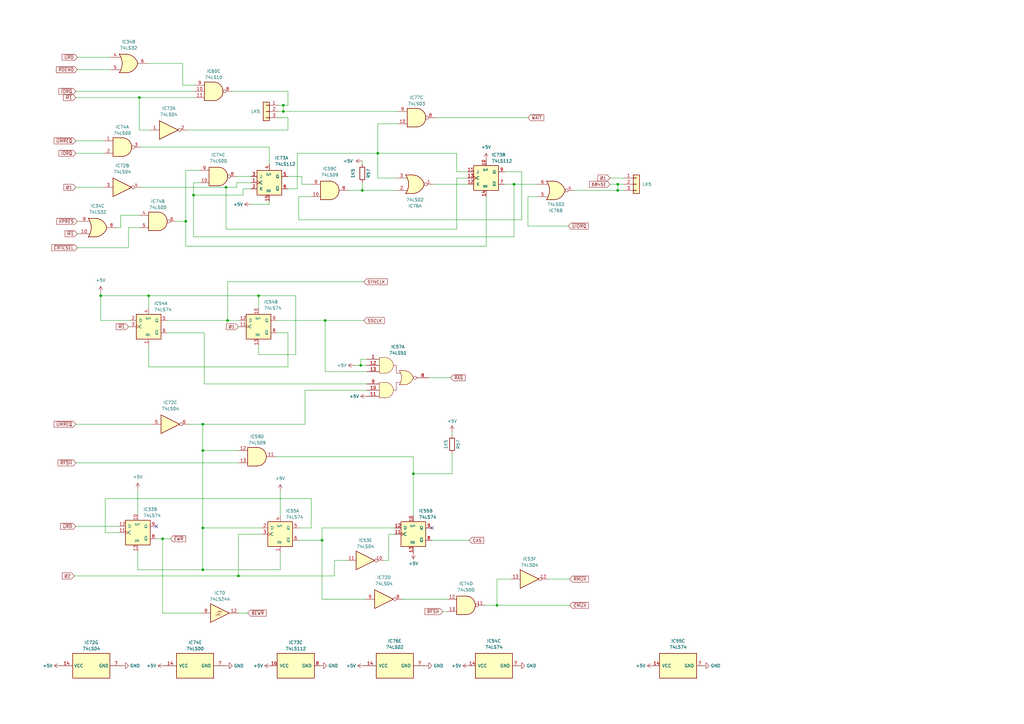
<source format=kicad_sch>
(kicad_sch (version 20230121) (generator eeschema)
  (paper "A3")
  (lib_symbols
    (symbol "74xx:74LS00" (pin_names (offset 1.016))
      (property "Reference" "U" (at 0 1.27 0))
      (property "Value" "74LS00" (at 0 -1.27 0))
      (symbol "74LS00_1_1"
        (pin input line (at -7.62 2.54 0) (length 3.81) (name "~") (number "1"))
        (pin input line (at -7.62 -2.54 0) (length 3.81) (name "~") (number "2"))
        (pin output inverted (at 7.62 0 180) (length 3.81) (name "~") (number "3"))
      )
      (symbol "74LS00_1_2"
        (pin input inverted (at -7.62 2.54 0) (length 4.318) (name "~") (number "1"))
        (pin input inverted (at -7.62 -2.54 0) (length 4.318) (name "~") (number "2"))
        (pin output line (at 7.62 0 180) (length 3.81) (name "~") (number "3"))
      )
      (symbol "74LS00_2_1"
        (pin input line (at -7.62 2.54 0) (length 3.81) (name "~") (number "4"))
        (pin input line (at -7.62 -2.54 0) (length 3.81) (name "~") (number "5"))
        (pin output inverted (at 7.62 0 180) (length 3.81) (name "~") (number "6"))
      )
      (symbol "74LS00_2_2"
        (pin input inverted (at -7.62 2.54 0) (length 4.318) (name "~") (number "4"))
        (pin input inverted (at -7.62 -2.54 0) (length 4.318) (name "~") (number "5"))
        (pin output line (at 7.62 0 180) (length 3.81) (name "~") (number "6"))
      )
      (symbol "74LS00_3_1"
        (pin input line (at -7.62 -2.54 0) (length 3.81) (name "~") (number "10"))
        (pin output inverted (at 7.62 0 180) (length 3.81) (name "~") (number "8"))
        (pin input line (at -7.62 2.54 0) (length 3.81) (name "~") (number "9"))
      )
      (symbol "74LS00_3_2"
        (pin input inverted (at -7.62 -2.54 0) (length 4.318) (name "~") (number "10"))
        (pin output line (at 7.62 0 180) (length 3.81) (name "~") (number "8"))
        (pin input inverted (at -7.62 2.54 0) (length 4.318) (name "~") (number "9"))
      )
      (symbol "74LS00_4_1"
        (pin output inverted (at 7.62 0 180) (length 3.81) (name "~") (number "11"))
        (pin input line (at -7.62 2.54 0) (length 3.81) (name "~") (number "12"))
        (pin input line (at -7.62 -2.54 0) (length 3.81) (name "~") (number "13"))
      )
      (symbol "74LS00_4_2"
        (pin output line (at 7.62 0 180) (length 3.81) (name "~") (number "11"))
        (pin input inverted (at -7.62 2.54 0) (length 4.318) (name "~") (number "12"))
        (pin input inverted (at -7.62 -2.54 0) (length 4.318) (name "~") (number "13"))
      )
      (symbol "74LS00_5_0"
        (pin power_in line (at 0 12.7 270) (length 5.08) (name "VCC") (number "14"))
        (pin power_in line (at 0 -12.7 90) (length 5.08) (name "GND") (number "7"))
      )
    )
    (symbol "74xx:74LS02" (pin_names (offset 1.016))
      (property "Reference" "U" (at 0 1.27 0))
      (property "Value" "74LS02" (at 0 -1.27 0))
      (symbol "74LS02_1_1"
        (pin output inverted (at 7.62 0 180) (length 3.81) (name "~") (number "1"))
        (pin input line (at -7.62 2.54 0) (length 4.318) (name "~") (number "2"))
        (pin input line (at -7.62 -2.54 0) (length 4.318) (name "~") (number "3"))
      )
      (symbol "74LS02_1_2"
        (pin output line (at 7.62 0 180) (length 3.81) (name "~") (number "1"))
        (pin input inverted (at -7.62 2.54 0) (length 3.81) (name "~") (number "2"))
        (pin input inverted (at -7.62 -2.54 0) (length 3.81) (name "~") (number "3"))
      )
      (symbol "74LS02_2_1"
        (pin output inverted (at 7.62 0 180) (length 3.81) (name "~") (number "4"))
        (pin input line (at -7.62 2.54 0) (length 4.318) (name "~") (number "5"))
        (pin input line (at -7.62 -2.54 0) (length 4.318) (name "~") (number "6"))
      )
      (symbol "74LS02_2_2"
        (pin output line (at 7.62 0 180) (length 3.81) (name "~") (number "4"))
        (pin input inverted (at -7.62 2.54 0) (length 3.81) (name "~") (number "5"))
        (pin input inverted (at -7.62 -2.54 0) (length 3.81) (name "~") (number "6"))
      )
      (symbol "74LS02_3_1"
        (pin output inverted (at 7.62 0 180) (length 3.81) (name "~") (number "10"))
        (pin input line (at -7.62 2.54 0) (length 4.318) (name "~") (number "8"))
        (pin input line (at -7.62 -2.54 0) (length 4.318) (name "~") (number "9"))
      )
      (symbol "74LS02_3_2"
        (pin output line (at 7.62 0 180) (length 3.81) (name "~") (number "10"))
        (pin input inverted (at -7.62 2.54 0) (length 3.81) (name "~") (number "8"))
        (pin input inverted (at -7.62 -2.54 0) (length 3.81) (name "~") (number "9"))
      )
      (symbol "74LS02_4_1"
        (pin input line (at -7.62 2.54 0) (length 4.318) (name "~") (number "11"))
        (pin input line (at -7.62 -2.54 0) (length 4.318) (name "~") (number "12"))
        (pin output inverted (at 7.62 0 180) (length 3.81) (name "~") (number "13"))
      )
      (symbol "74LS02_4_2"
        (pin input inverted (at -7.62 2.54 0) (length 3.81) (name "~") (number "11"))
        (pin input inverted (at -7.62 -2.54 0) (length 3.81) (name "~") (number "12"))
        (pin output line (at 7.62 0 180) (length 3.81) (name "~") (number "13"))
      )
      (symbol "74LS02_5_0"
        (pin power_in line (at 0 12.7 270) (length 5.08) (name "VCC") (number "14"))
        (pin power_in line (at 0 -12.7 90) (length 5.08) (name "GND") (number "7"))
      )
    )
    (symbol "74xx:74LS03" (pin_names (offset 1.016))
      (property "Reference" "U" (at 0 1.27 0))
      (property "Value" "74LS03" (at 0 -1.27 0))
      (symbol "74LS03_1_1"
        (pin input line (at -7.62 2.54 0) (length 3.81) (name "~") (number "1"))
        (pin input line (at -7.62 -2.54 0) (length 3.81) (name "~") (number "2"))
        (pin open_collector inverted (at 7.62 0 180) (length 3.81) (name "~") (number "3"))
      )
      (symbol "74LS03_1_2"
        (pin input inverted (at -7.62 2.54 0) (length 4.318) (name "~") (number "1"))
        (pin input inverted (at -7.62 -2.54 0) (length 4.318) (name "~") (number "2"))
        (pin open_collector line (at 7.62 0 180) (length 3.81) (name "~") (number "3"))
      )
      (symbol "74LS03_2_1"
        (pin input line (at -7.62 2.54 0) (length 3.81) (name "~") (number "4"))
        (pin input line (at -7.62 -2.54 0) (length 3.81) (name "~") (number "5"))
        (pin open_collector inverted (at 7.62 0 180) (length 3.81) (name "~") (number "6"))
      )
      (symbol "74LS03_2_2"
        (pin input inverted (at -7.62 2.54 0) (length 4.318) (name "~") (number "4"))
        (pin input inverted (at -7.62 -2.54 0) (length 4.318) (name "~") (number "5"))
        (pin open_collector line (at 7.62 0 180) (length 3.81) (name "~") (number "6"))
      )
      (symbol "74LS03_3_1"
        (pin input line (at -7.62 -2.54 0) (length 3.81) (name "~") (number "10"))
        (pin open_collector inverted (at 7.62 0 180) (length 3.81) (name "~") (number "8"))
        (pin input line (at -7.62 2.54 0) (length 3.81) (name "~") (number "9"))
      )
      (symbol "74LS03_3_2"
        (pin input inverted (at -7.62 -2.54 0) (length 4.318) (name "~") (number "10"))
        (pin open_collector line (at 7.62 0 180) (length 3.81) (name "~") (number "8"))
        (pin input inverted (at -7.62 2.54 0) (length 4.318) (name "~") (number "9"))
      )
      (symbol "74LS03_4_1"
        (pin open_collector inverted (at 7.62 0 180) (length 3.81) (name "~") (number "11"))
        (pin input line (at -7.62 2.54 0) (length 3.81) (name "~") (number "12"))
        (pin input line (at -7.62 -2.54 0) (length 3.81) (name "~") (number "13"))
      )
      (symbol "74LS03_4_2"
        (pin open_collector line (at 7.62 0 180) (length 3.81) (name "~") (number "11"))
        (pin input inverted (at -7.62 2.54 0) (length 4.318) (name "~") (number "12"))
        (pin input inverted (at -7.62 -2.54 0) (length 4.318) (name "~") (number "13"))
      )
      (symbol "74LS03_5_0"
        (pin power_in line (at 0 12.7 270) (length 5.08) (name "VCC") (number "14"))
        (pin power_in line (at 0 -12.7 90) (length 5.08) (name "GND") (number "7"))
      )
    )
    (symbol "74xx:74LS04"
      (property "Reference" "U" (at 0 1.27 0))
      (property "Value" "74LS04" (at 0 -1.27 0))
      (symbol "74LS04_1_0"
        (pin input line (at -7.62 0 0) (length 3.81) (name "~") (number "1"))
        (pin output inverted (at 7.62 0 180) (length 3.81) (name "~") (number "2"))
      )
      (symbol "74LS04_2_0"
        (pin input line (at -7.62 0 0) (length 3.81) (name "~") (number "3"))
        (pin output inverted (at 7.62 0 180) (length 3.81) (name "~") (number "4"))
      )
      (symbol "74LS04_3_0"
        (pin input line (at -7.62 0 0) (length 3.81) (name "~") (number "5"))
        (pin output inverted (at 7.62 0 180) (length 3.81) (name "~") (number "6"))
      )
      (symbol "74LS04_4_0"
        (pin output inverted (at 7.62 0 180) (length 3.81) (name "~") (number "8"))
        (pin input line (at -7.62 0 0) (length 3.81) (name "~") (number "9"))
      )
      (symbol "74LS04_5_0"
        (pin output inverted (at 7.62 0 180) (length 3.81) (name "~") (number "10"))
        (pin input line (at -7.62 0 0) (length 3.81) (name "~") (number "11"))
      )
      (symbol "74LS04_6_0"
        (pin output inverted (at 7.62 0 180) (length 3.81) (name "~") (number "12"))
        (pin input line (at -7.62 0 0) (length 3.81) (name "~") (number "13"))
      )
      (symbol "74LS04_7_0"
        (pin power_in line (at 0 12.7 270) (length 5.08) (name "VCC") (number "14"))
        (pin power_in line (at 0 -12.7 90) (length 5.08) (name "GND") (number "7"))
      )
    )
    (symbol "74xx:74LS09" (pin_names (offset 1.016))
      (property "Reference" "U" (at 0 1.27 0))
      (property "Value" "74LS09" (at 0 -1.27 0))
      (symbol "74LS09_1_1"
        (pin input line (at -7.62 2.54 0) (length 3.81) (name "~") (number "1"))
        (pin input line (at -7.62 -2.54 0) (length 3.81) (name "~") (number "2"))
        (pin open_collector line (at 7.62 0 180) (length 3.81) (name "~") (number "3"))
      )
      (symbol "74LS09_1_2"
        (pin input inverted (at -7.62 2.54 0) (length 4.318) (name "~") (number "1"))
        (pin input inverted (at -7.62 -2.54 0) (length 4.318) (name "~") (number "2"))
        (pin output inverted (at 7.62 0 180) (length 3.81) (name "~") (number "3"))
      )
      (symbol "74LS09_2_1"
        (pin input line (at -7.62 2.54 0) (length 3.81) (name "~") (number "4"))
        (pin input line (at -7.62 -2.54 0) (length 3.81) (name "~") (number "5"))
        (pin open_collector line (at 7.62 0 180) (length 3.81) (name "~") (number "6"))
      )
      (symbol "74LS09_2_2"
        (pin input inverted (at -7.62 2.54 0) (length 4.318) (name "~") (number "4"))
        (pin input inverted (at -7.62 -2.54 0) (length 4.318) (name "~") (number "5"))
        (pin output inverted (at 7.62 0 180) (length 3.81) (name "~") (number "6"))
      )
      (symbol "74LS09_3_1"
        (pin input line (at -7.62 -2.54 0) (length 3.81) (name "~") (number "10"))
        (pin open_collector line (at 7.62 0 180) (length 3.81) (name "~") (number "8"))
        (pin input line (at -7.62 2.54 0) (length 3.81) (name "~") (number "9"))
      )
      (symbol "74LS09_3_2"
        (pin input inverted (at -7.62 -2.54 0) (length 4.318) (name "~") (number "10"))
        (pin output inverted (at 7.62 0 180) (length 3.81) (name "~") (number "8"))
        (pin input inverted (at -7.62 2.54 0) (length 4.318) (name "~") (number "9"))
      )
      (symbol "74LS09_4_1"
        (pin open_collector line (at 7.62 0 180) (length 3.81) (name "~") (number "11"))
        (pin input line (at -7.62 2.54 0) (length 3.81) (name "~") (number "12"))
        (pin input line (at -7.62 -2.54 0) (length 3.81) (name "~") (number "13"))
      )
      (symbol "74LS09_4_2"
        (pin output inverted (at 7.62 0 180) (length 3.81) (name "~") (number "11"))
        (pin input inverted (at -7.62 2.54 0) (length 4.318) (name "~") (number "12"))
        (pin input inverted (at -7.62 -2.54 0) (length 4.318) (name "~") (number "13"))
      )
      (symbol "74LS09_5_0"
        (pin power_in line (at 0 12.7 270) (length 5.08) (name "VCC") (number "14"))
        (pin power_in line (at 0 -12.7 90) (length 5.08) (name "GND") (number "7"))
      )
    )
    (symbol "74xx:74LS10" (pin_names (offset 1.016))
      (property "Reference" "U" (at 0 1.27 0))
      (property "Value" "74LS10" (at 0 -1.27 0))
      (symbol "74LS10_1_1"
        (pin input line (at -7.62 2.54 0) (length 3.81) (name "~") (number "1"))
        (pin output inverted (at 7.62 0 180) (length 3.81) (name "~") (number "12"))
        (pin input line (at -7.62 -2.54 0) (length 3.81) (name "~") (number "13"))
        (pin input line (at -7.62 0 0) (length 3.81) (name "~") (number "2"))
      )
      (symbol "74LS10_1_2"
        (pin input inverted (at -7.62 2.54 0) (length 4.318) (name "~") (number "1"))
        (pin output line (at 7.62 0 180) (length 3.81) (name "~") (number "12"))
        (pin input inverted (at -7.62 -2.54 0) (length 4.318) (name "~") (number "13"))
        (pin input inverted (at -7.62 0 0) (length 4.953) (name "~") (number "2"))
      )
      (symbol "74LS10_2_1"
        (pin input line (at -7.62 2.54 0) (length 3.81) (name "~") (number "3"))
        (pin input line (at -7.62 0 0) (length 3.81) (name "~") (number "4"))
        (pin input line (at -7.62 -2.54 0) (length 3.81) (name "~") (number "5"))
        (pin output inverted (at 7.62 0 180) (length 3.81) (name "~") (number "6"))
      )
      (symbol "74LS10_2_2"
        (pin input inverted (at -7.62 2.54 0) (length 4.318) (name "~") (number "3"))
        (pin input inverted (at -7.62 0 0) (length 4.953) (name "~") (number "4"))
        (pin input inverted (at -7.62 -2.54 0) (length 4.318) (name "~") (number "5"))
        (pin output line (at 7.62 0 180) (length 3.81) (name "~") (number "6"))
      )
      (symbol "74LS10_3_1"
        (pin input line (at -7.62 0 0) (length 3.81) (name "~") (number "10"))
        (pin input line (at -7.62 -2.54 0) (length 3.81) (name "~") (number "11"))
        (pin output inverted (at 7.62 0 180) (length 3.81) (name "~") (number "8"))
        (pin input line (at -7.62 2.54 0) (length 3.81) (name "~") (number "9"))
      )
      (symbol "74LS10_3_2"
        (pin input inverted (at -7.62 0 0) (length 4.953) (name "~") (number "10"))
        (pin input inverted (at -7.62 -2.54 0) (length 4.318) (name "~") (number "11"))
        (pin output line (at 7.62 0 180) (length 3.81) (name "~") (number "8"))
        (pin input inverted (at -7.62 2.54 0) (length 4.318) (name "~") (number "9"))
      )
      (symbol "74LS10_4_0"
        (pin power_in line (at 0 12.7 270) (length 5.08) (name "VCC") (number "14"))
        (pin power_in line (at 0 -12.7 90) (length 5.08) (name "GND") (number "7"))
      )
    )
    (symbol "74xx:74LS112" (pin_names (offset 1.016))
      (property "Reference" "U" (at -7.62 8.89 0))
      (property "Value" "74LS112" (at -7.62 -8.89 0))
      (symbol "74LS112_1_0"
        (pin input clock (at -7.62 0 0) (length 2.54) (name "C") (number "1"))
        (pin input line (at 0 -7.62 90) (length 2.54) (name "~{R}") (number "15"))
        (pin input line (at -7.62 -2.54 0) (length 2.54) (name "K") (number "2"))
        (pin input line (at -7.62 2.54 0) (length 2.54) (name "J") (number "3"))
        (pin input line (at 0 7.62 270) (length 2.54) (name "~{S}") (number "4"))
        (pin output line (at 7.62 2.54 180) (length 2.54) (name "Q") (number "5"))
        (pin output line (at 7.62 -2.54 180) (length 2.54) (name "~{Q}") (number "6"))
      )
      (symbol "74LS112_2_0"
        (pin input line (at 0 7.62 270) (length 2.54) (name "~{S}") (number "10"))
        (pin input line (at -7.62 2.54 0) (length 2.54) (name "J") (number "11"))
        (pin input line (at -7.62 -2.54 0) (length 2.54) (name "K") (number "12"))
        (pin input clock (at -7.62 0 0) (length 2.54) (name "C") (number "13"))
        (pin input line (at 0 -7.62 90) (length 2.54) (name "~{R}") (number "14"))
        (pin output line (at 7.62 -2.54 180) (length 2.54) (name "~{Q}") (number "7"))
        (pin output line (at 7.62 2.54 180) (length 2.54) (name "Q") (number "9"))
      )
      (symbol "74LS112_3_0"
        (pin power_in line (at 0 10.16 270) (length 2.54) (name "VCC") (number "16"))
        (pin power_in line (at 0 -10.16 90) (length 2.54) (name "GND") (number "8"))
      )
    )
    (symbol "74xx:74LS244_Split"
      (property "Reference" "U" (at 0 1.27 0))
      (property "Value" "74LS244_Split" (at 0 -1.27 0))
      (symbol "74LS244_Split_1_0"
        (pin input inverted (at 0 -6.35 90) (length 4.445) (name "~") (number "1"))
        (pin tri_state line (at 7.62 0 180) (length 3.81) (name "~") (number "18"))
        (pin input line (at -7.62 0 0) (length 3.81) (name "~") (number "2"))
      )
      (symbol "74LS244_Split_2_0"
        (pin tri_state line (at 7.62 0 180) (length 3.81) (name "~") (number "16"))
        (pin input line (at -7.62 0 0) (length 3.81) (name "~") (number "4"))
      )
      (symbol "74LS244_Split_3_0"
        (pin tri_state line (at 7.62 0 180) (length 3.81) (name "~") (number "14"))
        (pin input line (at -7.62 0 0) (length 3.81) (name "~") (number "6"))
      )
      (symbol "74LS244_Split_4_0"
        (pin tri_state line (at 7.62 0 180) (length 3.81) (name "~") (number "12"))
        (pin input line (at -7.62 0 0) (length 3.81) (name "~") (number "8"))
      )
      (symbol "74LS244_Split_5_0"
        (pin input line (at -7.62 0 0) (length 3.81) (name "~") (number "11"))
        (pin input inverted (at 0 -6.35 90) (length 4.445) (name "~") (number "19"))
        (pin tri_state line (at 7.62 0 180) (length 3.81) (name "~") (number "9"))
      )
      (symbol "74LS244_Split_6_0"
        (pin input line (at -7.62 0 0) (length 3.81) (name "~") (number "13"))
        (pin tri_state line (at 7.62 0 180) (length 3.81) (name "~") (number "7"))
      )
      (symbol "74LS244_Split_7_0"
        (pin input line (at -7.62 0 0) (length 3.81) (name "~") (number "15"))
        (pin tri_state line (at 7.62 0 180) (length 3.81) (name "~") (number "5"))
      )
      (symbol "74LS244_Split_8_0"
        (pin input line (at -7.62 0 0) (length 3.81) (name "~") (number "17"))
        (pin tri_state line (at 7.62 0 180) (length 3.81) (name "~") (number "3"))
      )
      (symbol "74LS244_Split_9_0"
        (pin power_in line (at 0 -12.7 90) (length 5.08) (name "GND") (number "10"))
        (pin power_in line (at 0 12.7 270) (length 5.08) (name "VCC") (number "20"))
      )
    )
    (symbol "74xx:74LS32" (pin_names (offset 1.016))
      (property "Reference" "U" (at 0 1.27 0))
      (property "Value" "74LS32" (at 0 -1.27 0))
      (symbol "74LS32_1_1"
        (pin input line (at -7.62 2.54 0) (length 4.318) (name "~") (number "1"))
        (pin input line (at -7.62 -2.54 0) (length 4.318) (name "~") (number "2"))
        (pin output line (at 7.62 0 180) (length 3.81) (name "~") (number "3"))
      )
      (symbol "74LS32_1_2"
        (pin input inverted (at -7.62 2.54 0) (length 3.81) (name "~") (number "1"))
        (pin input inverted (at -7.62 -2.54 0) (length 3.81) (name "~") (number "2"))
        (pin output inverted (at 7.62 0 180) (length 3.81) (name "~") (number "3"))
      )
      (symbol "74LS32_2_1"
        (pin input line (at -7.62 2.54 0) (length 4.318) (name "~") (number "4"))
        (pin input line (at -7.62 -2.54 0) (length 4.318) (name "~") (number "5"))
        (pin output line (at 7.62 0 180) (length 3.81) (name "~") (number "6"))
      )
      (symbol "74LS32_2_2"
        (pin input inverted (at -7.62 2.54 0) (length 3.81) (name "~") (number "4"))
        (pin input inverted (at -7.62 -2.54 0) (length 3.81) (name "~") (number "5"))
        (pin output inverted (at 7.62 0 180) (length 3.81) (name "~") (number "6"))
      )
      (symbol "74LS32_3_1"
        (pin input line (at -7.62 -2.54 0) (length 4.318) (name "~") (number "10"))
        (pin output line (at 7.62 0 180) (length 3.81) (name "~") (number "8"))
        (pin input line (at -7.62 2.54 0) (length 4.318) (name "~") (number "9"))
      )
      (symbol "74LS32_3_2"
        (pin input inverted (at -7.62 -2.54 0) (length 3.81) (name "~") (number "10"))
        (pin output inverted (at 7.62 0 180) (length 3.81) (name "~") (number "8"))
        (pin input inverted (at -7.62 2.54 0) (length 3.81) (name "~") (number "9"))
      )
      (symbol "74LS32_4_1"
        (pin output line (at 7.62 0 180) (length 3.81) (name "~") (number "11"))
        (pin input line (at -7.62 2.54 0) (length 4.318) (name "~") (number "12"))
        (pin input line (at -7.62 -2.54 0) (length 4.318) (name "~") (number "13"))
      )
      (symbol "74LS32_4_2"
        (pin output inverted (at 7.62 0 180) (length 3.81) (name "~") (number "11"))
        (pin input inverted (at -7.62 2.54 0) (length 3.81) (name "~") (number "12"))
        (pin input inverted (at -7.62 -2.54 0) (length 3.81) (name "~") (number "13"))
      )
      (symbol "74LS32_5_0"
        (pin power_in line (at 0 12.7 270) (length 5.08) (name "VCC") (number "14"))
        (pin power_in line (at 0 -12.7 90) (length 5.08) (name "GND") (number "7"))
      )
    )
    (symbol "74xx:74LS51" (pin_names (offset 1.016))
      (property "Reference" "U" (at -7.62 10.16 0))
      (property "Value" "74LS51" (at -7.62 -10.16 0))
      (symbol "74LS51_1_0"
        (pin input line (at -12.7 7.62 0) (length 5.08) (name "~") (number "1"))
        (pin input line (at -12.7 -5.08 0) (length 5.08) (name "~") (number "10"))
        (pin input line (at -12.7 -7.62 0) (length 5.08) (name "~") (number "11"))
        (pin input line (at -12.7 5.08 0) (length 5.08) (name "~") (number "12"))
        (pin input line (at -12.7 2.54 0) (length 5.08) (name "~") (number "13"))
        (pin output line (at 12.7 0 180) (length 5.08) (name "~") (number "8"))
        (pin input line (at -12.7 -2.54 0) (length 5.08) (name "~") (number "9"))
      )
      (symbol "74LS51_2_0"
        (pin input line (at -12.7 7.62 0) (length 5.08) (name "~") (number "2"))
        (pin input line (at -12.7 2.54 0) (length 5.08) (name "~") (number "3"))
        (pin input line (at -12.7 -2.54 0) (length 5.08) (name "~") (number "4"))
        (pin input line (at -12.7 -7.62 0) (length 5.08) (name "~") (number "5"))
        (pin output line (at 12.7 0 180) (length 5.08) (name "~") (number "6"))
      )
      (symbol "74LS51_3_0"
        (pin power_in line (at 0 12.7 270) (length 5.08) (name "VCC") (number "14"))
        (pin power_in line (at 0 -12.7 90) (length 5.08) (name "GND") (number "7"))
      )
    )
    (symbol "74xx:74LS74" (pin_names (offset 1.016))
      (property "Reference" "U" (at -7.62 8.89 0))
      (property "Value" "74LS74" (at -7.62 -8.89 0))
      (symbol "74LS74_1_0"
        (pin input line (at 0 -7.62 90) (length 2.54) (name "~{R}") (number "1"))
        (pin input line (at -7.62 2.54 0) (length 2.54) (name "D") (number "2"))
        (pin input clock (at -7.62 0 0) (length 2.54) (name "C") (number "3"))
        (pin input line (at 0 7.62 270) (length 2.54) (name "~{S}") (number "4"))
        (pin output line (at 7.62 2.54 180) (length 2.54) (name "Q") (number "5"))
        (pin output line (at 7.62 -2.54 180) (length 2.54) (name "~{Q}") (number "6"))
      )
      (symbol "74LS74_2_0"
        (pin input line (at 0 7.62 270) (length 2.54) (name "~{S}") (number "10"))
        (pin input clock (at -7.62 0 0) (length 2.54) (name "C") (number "11"))
        (pin input line (at -7.62 2.54 0) (length 2.54) (name "D") (number "12"))
        (pin input line (at 0 -7.62 90) (length 2.54) (name "~{R}") (number "13"))
        (pin output line (at 7.62 -2.54 180) (length 2.54) (name "~{Q}") (number "8"))
        (pin output line (at 7.62 2.54 180) (length 2.54) (name "Q") (number "9"))
      )
      (symbol "74LS74_3_0"
        (pin power_in line (at 0 10.16 270) (length 2.54) (name "VCC") (number "14"))
        (pin power_in line (at 0 -10.16 90) (length 2.54) (name "GND") (number "7"))
      )
    )
    (symbol "Connector_Generic:Conn_01x03" (pin_names (offset 1.016) hide)
      (property "Reference" "J" (at 0 5.08 0))
      (property "Value" "Conn_01x03" (at 0 -5.08 0))
      (symbol "Conn_01x03_1_1"
        (pin passive line (at -5.08 2.54 0) (length 3.81) (name "Pin_1") (number "1"))
        (pin passive line (at -5.08 0 0) (length 3.81) (name "Pin_2") (number "2"))
        (pin passive line (at -5.08 -2.54 0) (length 3.81) (name "Pin_3") (number "3"))
      )
    )
    (symbol "Device:R" (pin_numbers hide) (pin_names (offset 0))
      (property "Reference" "R" (at 2.032 0 90))
      (property "Value" "R" (at 0 0 90))
      (symbol "R_1_1"
        (pin passive line (at 0 3.81 270) (length 1.27) (name "~") (number "1"))
        (pin passive line (at 0 -3.81 90) (length 1.27) (name "~") (number "2"))
      )
    )
    (symbol "power:+5V" (power) (pin_names (offset 0))
      (property "Value" "+5V" (at 0 3.556 0))
      (symbol "+5V_1_1"
        (pin power_in line (at 0 0 90) (length 0) hide (name "+5V") (number "1"))
      )
    )
    (symbol "power:GND" (power) (pin_names (offset 0))
      (property "Value" "GND" (at 0 -3.81 0))
      (symbol "GND_1_1"
        (pin power_in line (at 0 0 270) (length 0) hide (name "GND") (number "1"))
      )
    )
  )
  (junction (at 93.345 131.445))
  (junction (at 203.835 248.285))
  (junction (at 132.08 221.615))
  (junction (at 76.2 90.805))
  (junction (at 83.185 216.535))
  (junction (at 210.82 75.565))
  (junction (at 253.365 75.565))
  (junction (at 97.79 236.22))
  (junction (at 106.045 121.285))
  (junction (at 83.185 184.785))
  (junction (at 60.96 121.285))
  (junction (at 148.59 78.105))
  (junction (at 169.545 194.31))
  (junction (at 116.205 43.18))
  (junction (at 253.365 78.105))
  (junction (at 41.275 121.285))
  (junction (at 154.94 62.865))
  (junction (at 92.71 76.835))
  (junction (at 83.185 233.68))
  (junction (at 133.35 131.445))
  (junction (at 57.15 40.005))
  (junction (at 147.955 149.86))
  (junction (at 66.675 220.98))
  (junction (at 116.205 45.72))
  (junction (at 83.185 173.99))
  (junction (at 79.375 80.01))
  (no_connect (at 177.165 216.535))
  (no_connect (at 64.135 215.9))
  (wire (pts (xy 97.79 133.985) (xy 98.425 133.985)))
  (wire (pts (xy 31.115 189.865) (xy 97.79 189.865)))
  (wire (pts (xy 132.08 221.615) (xy 132.08 216.535)))
  (wire (pts (xy 61.595 53.34) (xy 57.15 53.34)))
  (wire (pts (xy 52.705 93.345) (xy 52.705 101.6)))
  (wire (pts (xy 74.93 26.035) (xy 60.325 26.035)))
  (wire (pts (xy 147.955 147.32) (xy 147.955 149.86)))
  (wire (pts (xy 83.185 184.785) (xy 97.79 184.785)))
  (wire (pts (xy 83.185 216.535) (xy 107.315 216.535)))
  (wire (pts (xy 66.675 220.98) (xy 66.675 251.46)))
  (wire (pts (xy 83.185 233.68) (xy 56.515 233.68)))
  (wire (pts (xy 56.515 200.66) (xy 56.515 210.82)))
  (wire (pts (xy 107.315 219.075) (xy 97.79 219.075)))
  (wire (pts (xy 127.635 216.535) (xy 122.555 216.535)))
  (wire (pts (xy 92.71 93.98) (xy 187.325 93.98)))
  (wire (pts (xy 47.625 93.345) (xy 49.53 93.345)))
  (wire (pts (xy 203.835 248.285) (xy 203.835 237.49)))
  (wire (pts (xy 253.365 78.105) (xy 235.585 78.105)))
  (wire (pts (xy 122.555 80.645) (xy 122.555 90.17)))
  (wire (pts (xy 148.59 78.105) (xy 148.59 74.93)))
  (wire (pts (xy 207.01 75.565) (xy 210.82 75.565)))
  (wire (pts (xy 110.49 60.325) (xy 110.49 67.31)))
  (wire (pts (xy 210.82 75.565) (xy 220.345 75.565)))
  (wire (pts (xy 187.325 73.025) (xy 191.77 73.025)))
  (wire (pts (xy 106.045 121.285) (xy 121.285 121.285)))
  (wire (pts (xy 191.77 75.565) (xy 177.8 75.565)))
  (wire (pts (xy 97.155 74.93) (xy 102.87 74.93)))
  (wire (pts (xy 250.19 75.565) (xy 253.365 75.565)))
  (wire (pts (xy 81.915 74.93) (xy 79.375 74.93)))
  (wire (pts (xy 118.11 150.495) (xy 60.96 150.495)))
  (wire (pts (xy 118.11 37.465) (xy 118.11 43.18)))
  (wire (pts (xy 150.495 147.32) (xy 147.955 147.32)))
  (wire (pts (xy 92.71 76.835) (xy 97.155 76.835)))
  (wire (pts (xy 116.205 43.18) (xy 114.3 43.18)))
  (wire (pts (xy 185.42 194.31) (xy 185.42 186.055)))
  (wire (pts (xy 114.3 45.72) (xy 116.205 45.72)))
  (wire (pts (xy 76.2 69.85) (xy 76.2 90.805)))
  (wire (pts (xy 60.96 121.285) (xy 41.275 121.285)))
  (wire (pts (xy 31.115 57.785) (xy 42.545 57.785)))
  (wire (pts (xy 83.185 184.785) (xy 83.185 216.535)))
  (wire (pts (xy 250.19 73.025) (xy 255.905 73.025)))
  (wire (pts (xy 169.545 194.31) (xy 185.42 194.31)))
  (wire (pts (xy 224.79 237.49) (xy 233.68 237.49)))
  (wire (pts (xy 79.375 80.01) (xy 79.375 97.155)))
  (wire (pts (xy 57.15 40.005) (xy 80.01 40.005)))
  (wire (pts (xy 121.285 121.285) (xy 121.285 145.415)))
  (wire (pts (xy 148.59 66.04) (xy 148.59 67.31)))
  (wire (pts (xy 31.115 215.9) (xy 48.895 215.9)))
  (wire (pts (xy 116.205 43.18) (xy 116.205 45.72)))
  (wire (pts (xy 154.94 62.865) (xy 154.94 50.8)))
  (wire (pts (xy 66.675 220.98) (xy 64.135 220.98)))
  (wire (pts (xy 110.49 60.325) (xy 57.785 60.325)))
  (wire (pts (xy 213.995 70.485) (xy 207.01 70.485)))
  (wire (pts (xy 255.905 78.105) (xy 253.365 78.105)))
  (wire (pts (xy 31.75 28.575) (xy 45.085 28.575)))
  (wire (pts (xy 113.665 131.445) (xy 133.35 131.445)))
  (wire (pts (xy 113.03 187.325) (xy 169.545 187.325)))
  (wire (pts (xy 79.375 80.01) (xy 99.695 80.01)))
  (wire (pts (xy 31.115 40.005) (xy 57.15 40.005)))
  (wire (pts (xy 198.755 248.285) (xy 203.835 248.285)))
  (wire (pts (xy 192.405 221.615) (xy 177.165 221.615)))
  (wire (pts (xy 148.59 78.105) (xy 162.56 78.105)))
  (wire (pts (xy 187.325 70.485) (xy 187.325 62.865)))
  (wire (pts (xy 157.48 229.87) (xy 159.385 229.87)))
  (wire (pts (xy 118.11 48.26) (xy 114.3 48.26)))
  (wire (pts (xy 57.15 93.345) (xy 52.705 93.345)))
  (wire (pts (xy 216.535 80.645) (xy 216.535 92.71)))
  (wire (pts (xy 97.79 219.075) (xy 97.79 236.22)))
  (wire (pts (xy 123.825 75.565) (xy 127.635 75.565)))
  (wire (pts (xy 31.115 37.465) (xy 80.01 37.465)))
  (wire (pts (xy 43.18 218.44) (xy 43.18 204.47)))
  (wire (pts (xy 154.94 73.025) (xy 154.94 62.865)))
  (wire (pts (xy 101.6 251.46) (xy 97.79 251.46)))
  (wire (pts (xy 123.825 72.39) (xy 123.825 75.565)))
  (wire (pts (xy 56.515 226.06) (xy 56.515 233.68)))
  (wire (pts (xy 133.35 131.445) (xy 149.225 131.445)))
  (wire (pts (xy 187.325 93.98) (xy 187.325 73.025)))
  (wire (pts (xy 213.995 90.17) (xy 213.995 70.485)))
  (wire (pts (xy 113.665 136.525) (xy 118.11 136.525)))
  (wire (pts (xy 31.75 90.805) (xy 32.385 90.805)))
  (wire (pts (xy 31.115 76.835) (xy 42.545 76.835)))
  (wire (pts (xy 159.385 219.075) (xy 161.925 219.075)))
  (wire (pts (xy 95.25 37.465) (xy 118.11 37.465)))
  (wire (pts (xy 60.96 121.285) (xy 106.045 121.285)))
  (wire (pts (xy 57.15 53.34) (xy 57.15 40.005)))
  (wire (pts (xy 31.115 62.865) (xy 42.545 62.865)))
  (wire (pts (xy 99.695 77.47) (xy 102.87 77.47)))
  (wire (pts (xy 60.96 150.495) (xy 60.96 141.605)))
  (wire (pts (xy 181.61 250.825) (xy 183.515 250.825)))
  (wire (pts (xy 132.08 221.615) (xy 132.08 245.745)))
  (wire (pts (xy 97.79 236.22) (xy 137.16 236.22)))
  (wire (pts (xy 187.325 70.485) (xy 191.77 70.485)))
  (wire (pts (xy 178.435 48.26) (xy 216.535 48.26)))
  (wire (pts (xy 49.53 93.345) (xy 49.53 88.265)))
  (wire (pts (xy 118.11 43.18) (xy 116.205 43.18)))
  (wire (pts (xy 159.385 229.87) (xy 159.385 219.075)))
  (wire (pts (xy 187.325 62.865) (xy 154.94 62.865)))
  (wire (pts (xy 83.185 173.99) (xy 83.185 184.785)))
  (wire (pts (xy 31.75 23.495) (xy 45.085 23.495)))
  (wire (pts (xy 114.935 201.295) (xy 114.935 211.455)))
  (wire (pts (xy 118.11 77.47) (xy 121.92 77.47)))
  (wire (pts (xy 81.915 69.85) (xy 76.2 69.85)))
  (wire (pts (xy 76.2 90.805) (xy 76.2 100.965)))
  (wire (pts (xy 203.835 248.285) (xy 233.68 248.285)))
  (wire (pts (xy 80.01 34.925) (xy 74.93 34.925)))
  (wire (pts (xy 121.92 77.47) (xy 121.92 62.865)))
  (wire (pts (xy 137.16 236.22) (xy 137.16 229.87)))
  (wire (pts (xy 60.96 126.365) (xy 60.96 121.285)))
  (wire (pts (xy 137.16 229.87) (xy 142.24 229.87)))
  (wire (pts (xy 106.045 145.415) (xy 106.045 141.605)))
  (wire (pts (xy 114.935 233.68) (xy 114.935 226.695)))
  (wire (pts (xy 162.56 73.025) (xy 154.94 73.025)))
  (wire (pts (xy 52.705 133.985) (xy 53.34 133.985)))
  (wire (pts (xy 127.635 204.47) (xy 127.635 216.535)))
  (wire (pts (xy 118.11 136.525) (xy 118.11 150.495)))
  (wire (pts (xy 127.635 80.645) (xy 122.555 80.645)))
  (wire (pts (xy 149.225 115.57) (xy 93.345 115.57)))
  (wire (pts (xy 147.955 149.86) (xy 150.495 149.86)))
  (wire (pts (xy 83.82 157.48) (xy 150.495 157.48)))
  (wire (pts (xy 203.835 237.49) (xy 209.55 237.49)))
  (wire (pts (xy 122.555 221.615) (xy 132.08 221.615)))
  (wire (pts (xy 184.785 154.94) (xy 175.895 154.94)))
  (wire (pts (xy 132.08 216.535) (xy 161.925 216.535)))
  (wire (pts (xy 99.695 80.01) (xy 99.695 77.47)))
  (wire (pts (xy 83.185 233.68) (xy 114.935 233.68)))
  (wire (pts (xy 142.875 78.105) (xy 148.59 78.105)))
  (wire (pts (xy 185.42 177.165) (xy 185.42 178.435)))
  (wire (pts (xy 68.58 136.525) (xy 83.82 136.525)))
  (wire (pts (xy 49.53 88.265) (xy 57.15 88.265)))
  (wire (pts (xy 41.275 121.285) (xy 41.275 120.015)))
  (wire (pts (xy 69.85 220.98) (xy 66.675 220.98)))
  (wire (pts (xy 154.94 50.8) (xy 163.195 50.8)))
  (wire (pts (xy 53.34 131.445) (xy 41.275 131.445)))
  (wire (pts (xy 79.375 97.155) (xy 210.82 97.155)))
  (wire (pts (xy 216.535 92.71) (xy 233.045 92.71)))
  (wire (pts (xy 48.895 218.44) (xy 43.18 218.44)))
  (wire (pts (xy 66.675 251.46) (xy 82.55 251.46)))
  (wire (pts (xy 132.08 245.745) (xy 149.86 245.745)))
  (wire (pts (xy 57.785 76.835) (xy 92.71 76.835)))
  (wire (pts (xy 68.58 131.445) (xy 93.345 131.445)))
  (wire (pts (xy 74.93 34.925) (xy 74.93 26.035)))
  (wire (pts (xy 102.87 83.82) (xy 110.49 83.82)))
  (wire (pts (xy 93.345 115.57) (xy 93.345 131.445)))
  (wire (pts (xy 125.095 160.02) (xy 125.095 173.99)))
  (wire (pts (xy 30.48 236.22) (xy 97.79 236.22)))
  (wire (pts (xy 72.39 90.805) (xy 76.2 90.805)))
  (wire (pts (xy 169.545 187.325) (xy 169.545 194.31)))
  (wire (pts (xy 43.18 204.47) (xy 127.635 204.47)))
  (wire (pts (xy 31.115 173.99) (xy 62.23 173.99)))
  (wire (pts (xy 79.375 74.93) (xy 79.375 80.01)))
  (wire (pts (xy 106.045 121.285) (xy 106.045 126.365)))
  (wire (pts (xy 77.47 173.99) (xy 83.185 173.99)))
  (wire (pts (xy 41.275 131.445) (xy 41.275 121.285)))
  (wire (pts (xy 92.71 76.835) (xy 92.71 93.98)))
  (wire (pts (xy 116.205 45.72) (xy 163.195 45.72)))
  (wire (pts (xy 150.495 152.4) (xy 133.35 152.4)))
  (wire (pts (xy 169.545 194.31) (xy 169.545 211.455)))
  (wire (pts (xy 97.155 72.39) (xy 102.87 72.39)))
  (wire (pts (xy 125.095 173.99) (xy 83.185 173.99)))
  (wire (pts (xy 52.705 101.6) (xy 31.75 101.6)))
  (wire (pts (xy 210.82 97.155) (xy 210.82 75.565)))
  (wire (pts (xy 83.82 136.525) (xy 83.82 157.48)))
  (wire (pts (xy 150.495 160.02) (xy 125.095 160.02)))
  (wire (pts (xy 76.835 53.34) (xy 118.11 53.34)))
  (wire (pts (xy 118.11 72.39) (xy 123.825 72.39)))
  (wire (pts (xy 253.365 75.565) (xy 253.365 78.105)))
  (wire (pts (xy 83.185 216.535) (xy 83.185 233.68)))
  (wire (pts (xy 118.11 53.34) (xy 118.11 48.26)))
  (wire (pts (xy 133.35 152.4) (xy 133.35 131.445)))
  (wire (pts (xy 121.285 145.415) (xy 106.045 145.415)))
  (wire (pts (xy 122.555 90.17) (xy 213.995 90.17)))
  (wire (pts (xy 110.49 83.82) (xy 110.49 82.55)))
  (wire (pts (xy 93.345 131.445) (xy 98.425 131.445)))
  (wire (pts (xy 253.365 75.565) (xy 255.905 75.565)))
  (wire (pts (xy 121.92 62.865) (xy 154.94 62.865)))
  (wire (pts (xy 97.155 76.835) (xy 97.155 74.93)))
  (wire (pts (xy 183.515 245.745) (xy 165.1 245.745)))
  (wire (pts (xy 76.2 100.965) (xy 199.39 100.965)))
  (wire (pts (xy 220.345 80.645) (xy 216.535 80.645)))
  (wire (pts (xy 31.75 95.885) (xy 32.385 95.885)))
  (wire (pts (xy 199.39 80.645) (xy 199.39 100.965)))
  (wire (pts (xy 145.415 149.86) (xy 147.955 149.86)))
  (global_label "SSCLK" (shape input) (at 149.225 131.445 0) (property "Intersheetrefs" "${INTERSHEET_REFS}" (effects hide)))
  (global_label "~{RMUX}" (shape input) (at 233.68 237.49 0) (property "Intersheetrefs" "${INTERSHEET_REFS}" (effects hide)))
  (global_label "~{RDEN0}" (shape input) (at 31.75 28.575 180) (property "Intersheetrefs" "${INTERSHEET_REFS}" (effects hide)))
  (global_label "~{IORQ}" (shape input) (at 31.115 37.465 180) (property "Intersheetrefs" "${INTERSHEET_REFS}" (effects hide)))
  (global_label "~{UMREQ}" (shape input) (at 31.115 57.785 180) (property "Intersheetrefs" "${INTERSHEET_REFS}" (effects hide)))
  (global_label "~{RAS}" (shape input) (at 184.785 154.94 0) (property "Intersheetrefs" "${INTERSHEET_REFS}" (effects hide)))
  (global_label "~{UIORQ}" (shape input) (at 233.045 92.71 0) (property "Intersheetrefs" "${INTERSHEET_REFS}" (effects hide)))
  (global_label "~{RFSH}" (shape input) (at 31.115 189.865 180) (property "Intersheetrefs" "${INTERSHEET_REFS}" (effects hide)))
  (global_label "~{URD}" (shape input) (at 31.75 23.495 180) (property "Intersheetrefs" "${INTERSHEET_REFS}" (effects hide)))
  (global_label "~{CMUX}" (shape input) (at 233.68 248.285 0) (property "Intersheetrefs" "${INTERSHEET_REFS}" (effects hide)))
  (global_label "~{M1}" (shape input) (at 31.115 40.005 180) (property "Intersheetrefs" "${INTERSHEET_REFS}" (effects hide)))
  (global_label "~{UMREQ}" (shape input) (at 31.115 173.99 180) (property "Intersheetrefs" "${INTERSHEET_REFS}" (effects hide)))
  (global_label "~{WAIT}" (shape input) (at 216.535 48.26 0) (property "Intersheetrefs" "${INTERSHEET_REFS}" (effects hide)))
  (global_label "~{RFSH}" (shape input) (at 181.61 250.825 180) (property "Intersheetrefs" "${INTERSHEET_REFS}" (effects hide)))
  (global_label "~{XPRES}" (shape input) (at 31.75 90.805 180) (property "Intersheetrefs" "${INTERSHEET_REFS}" (effects hide)))
  (global_label "~{IORQ}" (shape input) (at 31.115 62.865 180) (property "Intersheetrefs" "${INTERSHEET_REFS}" (effects hide)))
  (global_label "~{URD}" (shape input) (at 31.115 215.9 180) (property "Intersheetrefs" "${INTERSHEET_REFS}" (effects hide)))
  (global_label "SYNCLK" (shape input) (at 149.225 115.57 0) (property "Intersheetrefs" "${INTERSHEET_REFS}" (effects hide)))
  (global_label "~{EWR}" (shape input) (at 69.85 220.98 0) (property "Intersheetrefs" "${INTERSHEET_REFS}" (effects hide)))
  (global_label "Ø1" (shape input) (at 250.19 73.025 180) (property "Intersheetrefs" "${INTERSHEET_REFS}" (effects hide)))
  (global_label "~{BEWR}" (shape input) (at 101.6 251.46 0) (property "Intersheetrefs" "${INTERSHEET_REFS}" (effects hide)))
  (global_label "~{CRTCSEL}" (shape input) (at 31.75 101.6 180) (property "Intersheetrefs" "${INTERSHEET_REFS}" (effects hide)))
  (global_label "~{M1}" (shape input) (at 52.705 133.985 180) (property "Intersheetrefs" "${INTERSHEET_REFS}" (effects hide)))
  (global_label "CAS" (shape input) (at 192.405 221.615 0) (property "Intersheetrefs" "${INTERSHEET_REFS}" (effects hide)))
  (global_label "Ø1" (shape input) (at 31.115 76.835 180) (property "Intersheetrefs" "${INTERSHEET_REFS}" (effects hide)))
  (global_label "Ø2" (shape input) (at 30.48 236.22 180) (property "Intersheetrefs" "${INTERSHEET_REFS}" (effects hide)))
  (global_label "~{M1}" (shape input) (at 31.75 95.885 180) (property "Intersheetrefs" "${INTERSHEET_REFS}" (effects hide)))
  (global_label "6845E" (shape input) (at 250.19 75.565 180) (property "Intersheetrefs" "${INTERSHEET_REFS}" (effects hide)))
  (global_label "Ø1" (shape input) (at 97.79 133.985 180) (property "Intersheetrefs" "${INTERSHEET_REFS}" (effects hide)))
  (symbol (lib_id "74xx:74LS10") (at 87.63 37.465 0) (unit 3)
    (property "Reference" "IC60" (at 87.6217 29.21 0))
    (property "Value" "74LS10" (at 87.6217 31.75 0))
    (property "Footprint" "LYNX:DIP-14_W7.62mm" (effects hide))
    (property "Datasheet" "http://www.ti.com/lit/gpn/sn74LS10" (effects hide))
  )
  (symbol (lib_id "74xx:74LS02") (at 170.18 75.565 0) (mirror x) (unit 1)
    (property "Reference" "IC76" (at 170.18 84.455 0))
    (property "Value" "74LS02" (at 170.18 81.915 0))
    (property "Footprint" "LYNX:DIP-14_W7.62mm" (effects hide))
    (property "Datasheet" "http://www.ti.com/lit/gpn/sn74ls02" (effects hide))
  )
  (symbol (lib_id "power:GND") (at 92.71 273.05 90) (mirror x) (unit 1)
    (property "Reference" "#PWR040" (effects hide))
    (property "Value" "GND" (at 95.885 273.05 90) (effects (justify right)))
    (instances (project "lynx128" (path "" (reference "#PWR040") (unit 1)) (path "" (reference "#PWR048") (unit 1)) (path "" (reference "#PWR051") (unit 1)) (path "" (reference "#PWR087") (unit 1)) (path "" (reference "#PWR0117") (unit 1)) (path "" (reference "#PWR0182") (unit 1))))
  )
  (symbol (lib_id "74xx:74LS04") (at 69.85 173.99 0) (unit 3)
    (property "Reference" "IC72" (at 69.85 165.1 0))
    (property "Value" "74LS04" (at 69.85 167.64 0))
    (property "Footprint" "LYNX:DIP-14_W7.62mm" (effects hide))
    (property "Datasheet" "http://www.ti.com/lit/gpn/sn74LS04" (effects hide))
  )
  (symbol (lib_id "power:+5V") (at 267.97 273.05 90) (unit 1)
    (property "Reference" "#PWR015" (effects hide))
    (property "Value" "+5V" (at 264.795 273.05 90) (effects (justify left)))
    (instances (project "lynx128" (path "" (reference "#PWR015") (unit 1)) (path "" (reference "#PWR088") (unit 1)) (path "" (reference "#PWR0118") (unit 1)) (path "" (reference "#PWR0199") (unit 1))))
  )
  (symbol (lib_id "74xx:74LS04") (at 157.48 245.745 0) (unit 4)
    (property "Reference" "IC72" (at 157.48 236.855 0))
    (property "Value" "74LS04" (at 157.48 239.395 0))
    (property "Footprint" "LYNX:DIP-14_W7.62mm" (effects hide))
    (property "Datasheet" "http://www.ti.com/lit/gpn/sn74LS04" (effects hide))
  )
  (symbol (lib_id "power:GND") (at 212.725 273.05 90) (mirror x) (unit 1)
    (property "Reference" "#PWR040" (effects hide))
    (property "Value" "GND" (at 215.9 273.05 90) (effects (justify right)))
    (instances (project "lynx128" (path "" (reference "#PWR040") (unit 1)) (path "" (reference "#PWR048") (unit 1)) (path "" (reference "#PWR051") (unit 1)) (path "" (reference "#PWR087") (unit 1)) (path "" (reference "#PWR0117") (unit 1)) (path "" (reference "#PWR0191") (unit 1))))
  )
  (symbol (lib_id "74xx:74LS112") (at 199.39 73.025 0) (unit 2)
    (property "Reference" "IC73" (at 201.5841 63.5 0) (effects (justify left)))
    (property "Value" "74LS112" (at 201.5841 66.04 0) (effects (justify left)))
    (property "Footprint" "LYNX:DIP-16_W7.62mm" (effects hide))
    (property "Datasheet" "http://www.ti.com/lit/gpn/sn74LS112" (effects hide))
  )
  (symbol (lib_id "74xx:74LS74") (at 114.935 219.075 0) (unit 1)
    (property "Reference" "IC55" (at 117.1291 209.55 0) (effects (justify left)))
    (property "Value" "74LS74" (at 117.1291 212.09 0) (effects (justify left)))
    (property "Footprint" "LYNX:DIP-14_W7.62mm" (effects hide))
    (property "Datasheet" "74xx/74hc_hct74.pdf" (effects hide))
  )
  (symbol (lib_id "74xx:74LS03") (at 170.815 48.26 0) (unit 3)
    (property "Reference" "IC77" (at 170.8067 40.005 0))
    (property "Value" "74LS03" (at 170.8067 42.545 0))
    (property "Footprint" "LYNX:DIP-14_W7.62mm" (effects hide))
    (property "Datasheet" "http://www.ti.com/lit/gpn/sn74LS03" (effects hide))
  )
  (symbol (lib_id "power:GND") (at 50.165 273.05 90) (mirror x) (unit 1)
    (property "Reference" "#PWR040" (effects hide))
    (property "Value" "GND" (at 53.34 273.05 90) (effects (justify right)))
    (instances (project "lynx128" (path "" (reference "#PWR040") (unit 1)) (path "" (reference "#PWR048") (unit 1)) (path "" (reference "#PWR051") (unit 1)) (path "" (reference "#PWR087") (unit 1)) (path "" (reference "#PWR0117") (unit 1)) (path "" (reference "#PWR0181") (unit 1))))
  )
  (symbol (lib_id "74xx:74LS244_Split") (at 90.17 251.46 0) (unit 4)
    (property "Reference" "IC7" (at 90.17 243.205 0))
    (property "Value" "74LS244" (at 90.17 245.745 0))
    (property "Footprint" "LYNX:DIP-20_W7.62mm" (effects hide))
    (property "Datasheet" "http://www.ti.com/lit/ds/symlink/sn74ls241.pdf" (effects hide))
  )
  (symbol (lib_id "power:+5V") (at 102.87 83.82 90) (unit 1)
    (property "Reference" "#PWR015" (effects hide))
    (property "Value" "+5V" (at 99.695 83.82 90) (effects (justify left)))
    (instances (project "lynx128" (path "" (reference "#PWR015") (unit 1)) (path "" (reference "#PWR088") (unit 1)) (path "" (reference "#PWR0118") (unit 1)) (path "" (reference "#PWR0186") (unit 1))))
  )
  (symbol (lib_id "74xx:74LS02") (at 161.925 273.05 90) (unit 5)
    (property "Reference" "IC76" (at 161.925 262.89 90))
    (property "Value" "74LS02" (at 161.925 265.43 90))
    (property "Footprint" "LYNX:DIP-14_W7.62mm" (effects hide))
    (property "Datasheet" "http://www.ti.com/lit/gpn/sn74ls02" (effects hide))
  )
  (symbol (lib_id "power:+5V") (at 150.495 162.56 90) (unit 1)
    (property "Reference" "#PWR015" (effects hide))
    (property "Value" "+5V" (at 147.32 162.56 90) (effects (justify left)))
    (instances (project "lynx128" (path "" (reference "#PWR015") (unit 1)) (path "" (reference "#PWR088") (unit 1)) (path "" (reference "#PWR0165") (unit 1)) (path "" (reference "#PWR0195") (unit 1))))
  )
  (symbol (lib_id "74xx:74LS74") (at 169.545 219.075 0) (unit 2)
    (property "Reference" "IC55" (at 171.7391 209.55 0) (effects (justify left)))
    (property "Value" "74LS74" (at 171.7391 212.09 0) (effects (justify left)))
    (property "Footprint" "LYNX:DIP-14_W7.62mm" (effects hide))
    (property "Datasheet" "74xx/74hc_hct74.pdf" (effects hide))
  )
  (symbol (lib_id "74xx:74LS112") (at 121.285 273.05 90) (unit 3)
    (property "Reference" "IC73" (at 121.285 263.525 90))
    (property "Value" "74LS112" (at 121.285 266.065 90))
    (property "Footprint" "LYNX:DIP-16_W7.62mm" (effects hide))
    (property "Datasheet" "http://www.ti.com/lit/gpn/sn74LS112" (effects hide))
  )
  (symbol (lib_id "Device:R") (at 185.42 182.245 0) (unit 1)
    (property "Reference" "R57" (at 187.96 182.245 90))
    (property "Value" "1K5" (at 182.88 182.245 90))
    (property "Footprint" "LYNX:Resistor 10.16mm" (effects hide))
    (instances (project "lynx128" (path "" (reference "R57") (unit 1)) (path "" (reference "R75") (unit 1)) (path "" (reference "R73") (unit 1))))
  )
  (symbol (lib_id "74xx:74LS00") (at 64.77 90.805 0) (unit 2)
    (property "Reference" "IC74" (at 64.7617 82.55 0))
    (property "Value" "74LS00" (at 64.7617 85.09 0))
    (property "Footprint" "LYNX:DIP-14_W7.62mm" (effects hide))
    (property "Datasheet" "http://www.ti.com/lit/gpn/sn74ls00" (effects hide))
  )
  (symbol (lib_id "74xx:74LS00") (at 191.135 248.285 0) (unit 4)
    (property "Reference" "IC74" (at 191.1267 239.395 0))
    (property "Value" "74LS00" (at 191.1267 241.935 0))
    (property "Footprint" "LYNX:DIP-14_W7.62mm" (effects hide))
    (property "Datasheet" "http://www.ti.com/lit/gpn/sn74ls00" (effects hide))
  )
  (symbol (lib_id "74xx:74LS74") (at 106.045 133.985 0) (unit 2)
    (property "Reference" "IC54" (at 108.2391 123.825 0) (effects (justify left)))
    (property "Value" "74LS74" (at 108.2391 126.365 0) (effects (justify left)))
    (property "Footprint" "LYNX:DIP-14_W7.62mm" (effects hide))
    (property "Datasheet" "74xx/74hc_hct74.pdf" (effects hide))
  )
  (symbol (lib_id "74xx:74LS00") (at 50.165 60.325 0) (unit 1)
    (property "Reference" "IC74" (at 50.1567 52.07 0))
    (property "Value" "74LS00" (at 50.1567 54.61 0))
    (property "Footprint" "LYNX:DIP-14_W7.62mm" (effects hide))
    (property "Datasheet" "http://www.ti.com/lit/gpn/sn74ls00" (effects hide))
  )
  (symbol (lib_id "power:GND") (at 288.29 273.05 90) (mirror x) (unit 1)
    (property "Reference" "#PWR040" (effects hide))
    (property "Value" "GND" (at 291.465 273.05 90) (effects (justify right)))
    (instances (project "lynx128" (path "" (reference "#PWR040") (unit 1)) (path "" (reference "#PWR048") (unit 1)) (path "" (reference "#PWR051") (unit 1)) (path "" (reference "#PWR087") (unit 1)) (path "" (reference "#PWR0117") (unit 1)) (path "" (reference "#PWR0196") (unit 1))))
  )
  (symbol (lib_id "74xx:74LS00") (at 89.535 72.39 0) (unit 3)
    (property "Reference" "IC74" (at 89.5267 63.5 0))
    (property "Value" "74LS00" (at 89.5267 66.04 0))
    (property "Footprint" "LYNX:DIP-14_W7.62mm" (effects hide))
    (property "Datasheet" "http://www.ti.com/lit/gpn/sn74ls00" (effects hide))
  )
  (symbol (lib_id "74xx:74LS112") (at 110.49 74.93 0) (unit 1)
    (property "Reference" "IC73" (at 112.6841 64.77 0) (effects (justify left)))
    (property "Value" "74LS112" (at 112.6841 67.31 0) (effects (justify left)))
    (property "Footprint" "LYNX:DIP-16_W7.62mm" (effects hide))
    (property "Datasheet" "http://www.ti.com/lit/gpn/sn74LS112" (effects hide))
  )
  (symbol (lib_id "power:+5V") (at 24.765 273.05 90) (unit 1)
    (property "Reference" "#PWR015" (effects hide))
    (property "Value" "+5V" (at 21.59 273.05 90) (effects (justify left)))
    (instances (project "lynx128" (path "" (reference "#PWR015") (unit 1)) (path "" (reference "#PWR088") (unit 1)) (path "" (reference "#PWR0118") (unit 1)) (path "" (reference "#PWR0180") (unit 1))))
  )
  (symbol (lib_id "power:+5V") (at 169.545 226.695 180) (unit 1)
    (property "Reference" "#PWR015" (effects hide))
    (property "Value" "+5V" (at 169.545 231.14 0))
    (instances (project "lynx128" (path "" (reference "#PWR015") (unit 1)) (path "" (reference "#PWR088") (unit 1)) (path "" (reference "#PWR0165") (unit 1)) (path "" (reference "#PWR0200") (unit 1))))
  )
  (symbol (lib_id "74xx:74LS32") (at 52.705 26.035 0) (unit 2)
    (property "Reference" "IC34" (at 52.705 17.145 0))
    (property "Value" "74LS32" (at 52.705 19.685 0))
    (property "Footprint" "LYNX:DIP-14_W7.62mm" (effects hide))
    (property "Datasheet" "http://www.ti.com/lit/gpn/sn74LS32" (effects hide))
  )
  (symbol (lib_id "power:GND") (at 131.445 273.05 90) (mirror x) (unit 1)
    (property "Reference" "#PWR040" (effects hide))
    (property "Value" "GND" (at 134.62 273.05 90) (effects (justify right)))
    (instances (project "lynx128" (path "" (reference "#PWR040") (unit 1)) (path "" (reference "#PWR048") (unit 1)) (path "" (reference "#PWR051") (unit 1)) (path "" (reference "#PWR087") (unit 1)) (path "" (reference "#PWR0117") (unit 1)) (path "" (reference "#PWR0185") (unit 1))))
  )
  (symbol (lib_id "power:+5V") (at 199.39 65.405 0) (unit 1)
    (property "Reference" "#PWR015" (effects hide))
    (property "Value" "+5V" (at 199.39 60.325 0))
    (instances (project "lynx128" (path "" (reference "#PWR015") (unit 1)) (path "" (reference "#PWR088") (unit 1)) (path "" (reference "#PWR0165") (unit 1)) (path "" (reference "#PWR0190") (unit 1))))
  )
  (symbol (lib_id "74xx:74LS09") (at 135.255 78.105 0) (unit 3)
    (property "Reference" "IC59" (at 135.2467 69.215 0))
    (property "Value" "74LS09" (at 135.2467 71.755 0))
    (property "Footprint" "LYNX:DIP-14_W7.62mm" (effects hide))
    (property "Datasheet" "http://www.ti.com/lit/gpn/sn74LS09" (effects hide))
  )
  (symbol (lib_id "power:+5V") (at 185.42 177.165 0) (unit 1)
    (property "Reference" "#PWR015" (effects hide))
    (property "Value" "+5V" (at 185.42 172.72 0))
    (instances (project "lynx128" (path "" (reference "#PWR015") (unit 1)) (path "" (reference "#PWR088") (unit 1)) (path "" (reference "#PWR0165") (unit 1)) (path "" (reference "#PWR0201") (unit 1))))
  )
  (symbol (lib_id "74xx:74LS04") (at 50.165 76.835 0) (unit 2)
    (property "Reference" "IC72" (at 50.165 67.945 0))
    (property "Value" "74LS04" (at 50.165 70.485 0))
    (property "Footprint" "LYNX:DIP-14_W7.62mm" (effects hide))
    (property "Datasheet" "http://www.ti.com/lit/gpn/sn74LS04" (effects hide))
  )
  (symbol (lib_id "74xx:74LS09") (at 105.41 187.325 0) (unit 4)
    (property "Reference" "IC59" (at 105.4017 179.07 0))
    (property "Value" "74LS09" (at 105.4017 181.61 0))
    (property "Footprint" "LYNX:DIP-14_W7.62mm" (effects hide))
    (property "Datasheet" "http://www.ti.com/lit/gpn/sn74LS09" (effects hide))
  )
  (symbol (lib_id "Connector_Generic:Conn_01x03") (at 260.985 75.565 0) (unit 1)
    (property "Reference" "LK5" (at 263.525 75.565 0) (effects (justify left)))
    (property "Value" "-" (effects hide))
    (property "Footprint" "LYNX:LK 3-Pin 2.54mm - No Box" (effects hide))
    (instances (project "lynx128" (path "" (reference "LK5") (unit 1)) (path "" (reference "LK12") (unit 1)) (path "" (reference "LK15") (unit 1)) (path "" (reference "LK18") (unit 1))))
  )
  (symbol (lib_id "74xx:74LS74") (at 56.515 218.44 0) (unit 2)
    (property "Reference" "IC33" (at 58.7091 208.915 0) (effects (justify left)))
    (property "Value" "74LS74" (at 58.7091 211.455 0) (effects (justify left)))
    (property "Footprint" "LYNX:DIP-14_W7.62mm" (effects hide))
    (property "Datasheet" "74xx/74hc_hct74.pdf" (effects hide))
  )
  (symbol (lib_id "power:+5V") (at 149.225 273.05 90) (unit 1)
    (property "Reference" "#PWR015" (effects hide))
    (property "Value" "+5V" (at 146.05 273.05 90) (effects (justify left)))
    (instances (project "lynx128" (path "" (reference "#PWR015") (unit 1)) (path "" (reference "#PWR088") (unit 1)) (path "" (reference "#PWR0118") (unit 1)) (path "" (reference "#PWR0189") (unit 1))))
  )
  (symbol (lib_id "power:+5V") (at 148.59 66.04 90) (unit 1)
    (property "Reference" "#PWR015" (effects hide))
    (property "Value" "+5V" (at 144.78 66.04 90) (effects (justify left)))
    (instances (project "lynx128" (path "" (reference "#PWR015") (unit 1)) (path "" (reference "#PWR088") (unit 1)) (path "" (reference "#PWR0165") (unit 1)) (path "" (reference "#PWR0187") (unit 1))))
  )
  (symbol (lib_id "74xx:74LS74") (at 202.565 273.05 90) (unit 3)
    (property "Reference" "IC54" (at 202.565 262.89 90))
    (property "Value" "74LS74" (at 202.565 265.43 90))
    (property "Footprint" "LYNX:DIP-14_W7.62mm" (effects hide))
    (property "Datasheet" "74xx/74hc_hct74.pdf" (effects hide))
  )
  (symbol (lib_id "74xx:74LS32") (at 40.005 93.345 0) (unit 3)
    (property "Reference" "IC34" (at 40.005 84.455 0))
    (property "Value" "74LS32" (at 40.005 86.995 0))
    (property "Footprint" "LYNX:DIP-14_W7.62mm" (effects hide))
    (property "Datasheet" "http://www.ti.com/lit/gpn/sn74LS32" (effects hide))
  )
  (symbol (lib_id "74xx:74LS04") (at 37.465 273.05 90) (unit 7)
    (property "Reference" "IC72" (at 37.465 263.525 90))
    (property "Value" "74LS04" (at 37.465 266.065 90))
    (property "Footprint" "LYNX:DIP-14_W7.62mm" (effects hide))
    (property "Datasheet" "http://www.ti.com/lit/gpn/sn74LS04" (effects hide))
  )
  (symbol (lib_id "power:+5V") (at 67.31 273.05 90) (unit 1)
    (property "Reference" "#PWR015" (effects hide))
    (property "Value" "+5V" (at 64.135 273.05 90) (effects (justify left)))
    (instances (project "lynx128" (path "" (reference "#PWR015") (unit 1)) (path "" (reference "#PWR088") (unit 1)) (path "" (reference "#PWR0118") (unit 1)) (path "" (reference "#PWR0183") (unit 1))))
  )
  (symbol (lib_id "power:+5V") (at 41.275 120.015 0) (unit 1)
    (property "Reference" "#PWR015" (effects hide))
    (property "Value" "+5V" (at 41.275 114.935 0))
    (instances (project "lynx128" (path "" (reference "#PWR015") (unit 1)) (path "" (reference "#PWR088") (unit 1)) (path "" (reference "#PWR0165") (unit 1)) (path "" (reference "#PWR0193") (unit 1))))
  )
  (symbol (lib_id "Device:R") (at 148.59 71.12 0) (unit 1)
    (property "Reference" "R57" (at 151.13 71.12 90))
    (property "Value" "1K5" (at 144.78 71.12 90))
    (property "Footprint" "LYNX:Resistor 10.16mm" (effects hide))
    (instances (project "lynx128" (path "" (reference "R57") (unit 1)) (path "" (reference "R75") (unit 1)) (path "" (reference "R74") (unit 1))))
  )
  (symbol (lib_id "74xx:74LS02") (at 227.965 78.105 0) (mirror x) (unit 2)
    (property "Reference" "IC76" (at 227.965 86.36 0))
    (property "Value" "74LS02" (at 227.965 83.82 0))
    (property "Footprint" "LYNX:DIP-14_W7.62mm" (effects hide))
    (property "Datasheet" "http://www.ti.com/lit/gpn/sn74ls02" (effects hide))
  )
  (symbol (lib_id "power:+5V") (at 56.515 200.66 0) (unit 1)
    (property "Reference" "#PWR015" (effects hide))
    (property "Value" "+5V" (at 56.515 195.58 0))
    (instances (project "lynx128" (path "" (reference "#PWR015") (unit 1)) (path "" (reference "#PWR088") (unit 1)) (path "" (reference "#PWR0165") (unit 1)) (path "" (reference "#PWR0202") (unit 1))))
  )
  (symbol (lib_id "74xx:74LS74") (at 278.13 273.05 90) (unit 3)
    (property "Reference" "IC55" (at 278.13 262.89 90))
    (property "Value" "74LS74" (at 278.13 265.43 90))
    (property "Footprint" "LYNX:DIP-14_W7.62mm" (effects hide))
    (property "Datasheet" "74xx/74hc_hct74.pdf" (effects hide))
  )
  (symbol (lib_id "74xx:74LS00") (at 80.01 273.05 90) (unit 5)
    (property "Reference" "IC74" (at 80.01 263.525 90))
    (property "Value" "74LS00" (at 80.01 266.065 90))
    (property "Footprint" "LYNX:DIP-14_W7.62mm" (effects hide))
    (property "Datasheet" "http://www.ti.com/lit/gpn/sn74ls00" (effects hide))
  )
  (symbol (lib_id "74xx:74LS04") (at 149.86 229.87 0) (unit 5)
    (property "Reference" "IC53" (at 149.86 221.615 0))
    (property "Value" "74LS04" (at 149.86 224.155 0))
    (property "Footprint" "LYNX:DIP-14_W7.62mm" (effects hide))
    (property "Datasheet" "http://www.ti.com/lit/gpn/sn74LS04" (effects hide))
  )
  (symbol (lib_id "Connector_Generic:Conn_01x03") (at 109.22 45.72 0) (mirror y) (unit 1)
    (property "Reference" "LK5" (at 106.68 45.72 0) (effects (justify left)))
    (property "Value" "-" (effects hide))
    (property "Footprint" "LYNX:LK 3-Pin 2.54mm - No Box" (effects hide))
    (instances (project "lynx128" (path "" (reference "LK5") (unit 1)) (path "" (reference "LK12") (unit 1)) (path "" (reference "LK15") (unit 1)) (path "" (reference "LK17") (unit 1))))
  )
  (symbol (lib_id "74xx:74LS04") (at 69.215 53.34 0) (unit 1)
    (property "Reference" "IC72" (at 69.215 44.45 0))
    (property "Value" "74LS04" (at 69.215 46.99 0))
    (property "Footprint" "LYNX:DIP-14_W7.62mm" (effects hide))
    (property "Datasheet" "http://www.ti.com/lit/gpn/sn74LS04" (effects hide))
  )
  (symbol (lib_id "74xx:74LS04") (at 217.17 237.49 0) (unit 6)
    (property "Reference" "IC53" (at 217.17 229.235 0))
    (property "Value" "74LS04" (at 217.17 231.775 0))
    (property "Footprint" "LYNX:DIP-14_W7.62mm" (effects hide))
    (property "Datasheet" "http://www.ti.com/lit/gpn/sn74LS04" (effects hide))
  )
  (symbol (lib_id "power:+5V") (at 192.405 273.05 90) (unit 1)
    (property "Reference" "#PWR015" (effects hide))
    (property "Value" "+5V" (at 189.23 273.05 90) (effects (justify left)))
    (instances (project "lynx128" (path "" (reference "#PWR015") (unit 1)) (path "" (reference "#PWR088") (unit 1)) (path "" (reference "#PWR0118") (unit 1)) (path "" (reference "#PWR0192") (unit 1))))
  )
  (symbol (lib_id "power:+5V") (at 114.935 201.295 0) (unit 1)
    (property "Reference" "#PWR015" (effects hide))
    (property "Value" "+5V" (at 114.935 196.215 0))
    (instances (project "lynx128" (path "" (reference "#PWR015") (unit 1)) (path "" (reference "#PWR088") (unit 1)) (path "" (reference "#PWR0165") (unit 1)) (path "" (reference "#PWR0198") (unit 1))))
  )
  (symbol (lib_id "74xx:74LS74") (at 60.96 133.985 0) (unit 1)
    (property "Reference" "IC54" (at 63.1541 124.46 0) (effects (justify left)))
    (property "Value" "74LS74" (at 63.1541 127 0) (effects (justify left)))
    (property "Footprint" "LYNX:DIP-14_W7.62mm" (effects hide))
    (property "Datasheet" "74xx/74hc_hct74.pdf" (effects hide))
  )
  (symbol (lib_id "power:+5V") (at 145.415 149.86 90) (unit 1)
    (property "Reference" "#PWR015" (effects hide))
    (property "Value" "+5V" (at 142.24 149.86 90) (effects (justify left)))
    (instances (project "lynx128" (path "" (reference "#PWR015") (unit 1)) (path "" (reference "#PWR088") (unit 1)) (path "" (reference "#PWR0165") (unit 1)) (path "" (reference "#PWR0194") (unit 1))))
  )
  (symbol (lib_id "74xx:74LS51") (at 163.195 154.94 0) (unit 1)
    (property "Reference" "IC57" (at 163.195 142.24 0))
    (property "Value" "74LS51" (at 163.195 144.78 0))
    (property "Footprint" "LYNX:DIP-14_W7.62mm" (effects hide))
    (property "Datasheet" "http://www.ti.com/lit/ds/symlink/sn74ls51.pdf" (effects hide))
  )
  (symbol (lib_id "power:+5V") (at 111.125 273.05 90) (unit 1)
    (property "Reference" "#PWR015" (effects hide))
    (property "Value" "+5V" (at 107.95 273.05 90) (effects (justify left)))
    (instances (project "lynx128" (path "" (reference "#PWR015") (unit 1)) (path "" (reference "#PWR088") (unit 1)) (path "" (reference "#PWR0118") (unit 1)) (path "" (reference "#PWR0184") (unit 1))))
  )
  (symbol (lib_id "power:GND") (at 174.625 273.05 90) (mirror x) (unit 1)
    (property "Reference" "#PWR040" (effects hide))
    (property "Value" "GND" (at 177.8 273.05 90) (effects (justify right)))
    (instances (project "lynx128" (path "" (reference "#PWR040") (unit 1)) (path "" (reference "#PWR048") (unit 1)) (path "" (reference "#PWR051") (unit 1)) (path "" (reference "#PWR087") (unit 1)) (path "" (reference "#PWR0117") (unit 1)) (path "" (reference "#PWR0188") (unit 1))))
  )
)
</source>
